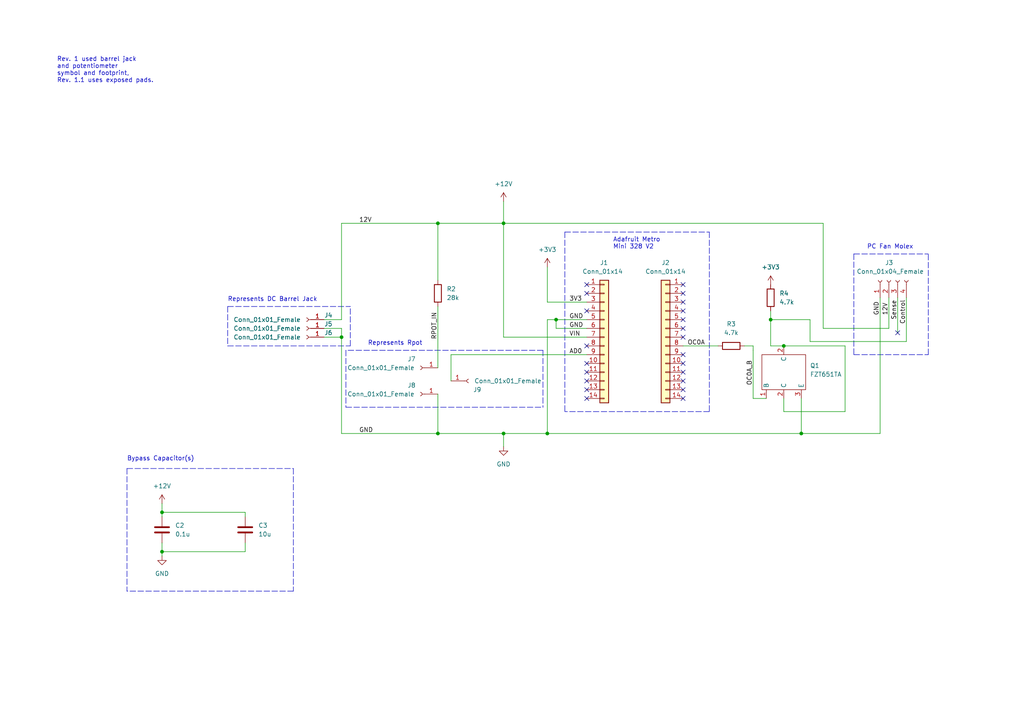
<source format=kicad_sch>
(kicad_sch (version 20211123) (generator eeschema)
  (paper "A4")
  (title_block (title "PWM PC Fan Controller") (date "2022-10-16") (rev "1.2") (company "Personal") (comment 1 "By Joseph Gozum") (comment 2 "PCB Fan Controller for PC Fans (3/4-pin)"))
  (lib_symbols
    (symbol "Connector:Conn_01x01_Female" (pin_names (offset 1.016) hide)
      (property "Reference" "J" (at 0 2.54 0))
      (property "Value" "Conn_01x01_Female" (at 0 -2.54 0))
      (symbol "Conn_01x01_Female_1_1"
        (polyline (pts (xy -1.27 0) (xy -0.508 0)) (stroke (width 0.1524)))
        (arc (start 0 0.508) (mid -0.508 0) (end 0 -0.508) (stroke (width 0.1524)))
        (pin passive line (at -5.08 0 0) (length 3.81) (name "Pin_1") (number "1"))
      )
    )
    (symbol "Connector:Conn_01x04_Female" (pin_names (offset 1.016) hide)
      (property "Reference" "J" (at 0 5.08 0))
      (property "Value" "Conn_01x04_Female" (at 0 -7.62 0))
      (symbol "Conn_01x04_Female_1_1"
        (arc (start 0 -4.572) (mid -0.508 -5.08) (end 0 -5.588) (stroke (width 0.1524)))
        (arc (start 0 -2.032) (mid -0.508 -2.54) (end 0 -3.048) (stroke (width 0.1524)))
        (polyline (pts (xy -1.27 -5.08) (xy -0.508 -5.08)) (stroke (width 0.1524)))
        (polyline (pts (xy -1.27 -2.54) (xy -0.508 -2.54)) (stroke (width 0.1524)))
        (polyline (pts (xy -1.27 0) (xy -0.508 0)) (stroke (width 0.1524)))
        (polyline (pts (xy -1.27 2.54) (xy -0.508 2.54)) (stroke (width 0.1524)))
        (arc (start 0 0.508) (mid -0.508 0) (end 0 -0.508) (stroke (width 0.1524)))
        (arc (start 0 3.048) (mid -0.508 2.54) (end 0 2.032) (stroke (width 0.1524)))
        (pin passive line (at -5.08 2.54 0) (length 3.81) (name "Pin_1") (number "1"))
        (pin passive line (at -5.08 0 0) (length 3.81) (name "Pin_2") (number "2"))
        (pin passive line (at -5.08 -2.54 0) (length 3.81) (name "Pin_3") (number "3"))
        (pin passive line (at -5.08 -5.08 0) (length 3.81) (name "Pin_4") (number "4"))
      )
    )
    (symbol "Connector_Generic:Conn_01x14" (pin_names (offset 1.016) hide)
      (property "Reference" "J" (at 0 17.78 0))
      (property "Value" "Conn_01x14" (at 0 -20.32 0))
      (symbol "Conn_01x14_1_1"
        (rectangle (start -1.27 -17.653) (end 0 -17.907) (stroke (width 0.1524)))
        (rectangle (start -1.27 -15.113) (end 0 -15.367) (stroke (width 0.1524)))
        (rectangle (start -1.27 -12.573) (end 0 -12.827) (stroke (width 0.1524)))
        (rectangle (start -1.27 -10.033) (end 0 -10.287) (stroke (width 0.1524)))
        (rectangle (start -1.27 -7.493) (end 0 -7.747) (stroke (width 0.1524)))
        (rectangle (start -1.27 -4.953) (end 0 -5.207) (stroke (width 0.1524)))
        (rectangle (start -1.27 -2.413) (end 0 -2.667) (stroke (width 0.1524)))
        (rectangle (start -1.27 0.127) (end 0 -0.127) (stroke (width 0.1524)))
        (rectangle (start -1.27 2.667) (end 0 2.413) (stroke (width 0.1524)))
        (rectangle (start -1.27 5.207) (end 0 4.953) (stroke (width 0.1524)))
        (rectangle (start -1.27 7.747) (end 0 7.493) (stroke (width 0.1524)))
        (rectangle (start -1.27 10.287) (end 0 10.033) (stroke (width 0.1524)))
        (rectangle (start -1.27 12.827) (end 0 12.573) (stroke (width 0.1524)))
        (rectangle (start -1.27 15.367) (end 0 15.113) (stroke (width 0.1524)))
        (rectangle (start -1.27 16.51) (end 1.27 -19.05) (stroke (width 0.254)) (fill (type background)))
        (pin passive line (at -5.08 15.24 0) (length 3.81) (name "Pin_1") (number "1"))
        (pin passive line (at -5.08 -7.62 0) (length 3.81) (name "Pin_10") (number "10"))
        (pin passive line (at -5.08 -10.16 0) (length 3.81) (name "Pin_11") (number "11"))
        (pin passive line (at -5.08 -12.7 0) (length 3.81) (name "Pin_12") (number "12"))
        (pin passive line (at -5.08 -15.24 0) (length 3.81) (name "Pin_13") (number "13"))
        (pin passive line (at -5.08 -17.78 0) (length 3.81) (name "Pin_14") (number "14"))
        (pin passive line (at -5.08 12.7 0) (length 3.81) (name "Pin_2") (number "2"))
        (pin passive line (at -5.08 10.16 0) (length 3.81) (name "Pin_3") (number "3"))
        (pin passive line (at -5.08 7.62 0) (length 3.81) (name "Pin_4") (number "4"))
        (pin passive line (at -5.08 5.08 0) (length 3.81) (name "Pin_5") (number "5"))
        (pin passive line (at -5.08 2.54 0) (length 3.81) (name "Pin_6") (number "6"))
        (pin passive line (at -5.08 0 0) (length 3.81) (name "Pin_7") (number "7"))
        (pin passive line (at -5.08 -2.54 0) (length 3.81) (name "Pin_8") (number "8"))
        (pin passive line (at -5.08 -5.08 0) (length 3.81) (name "Pin_9") (number "9"))
      )
    )
    (symbol "Device:C" (pin_numbers hide) (pin_names (offset 0.254))
      (property "Reference" "C" (at 0.635 2.54 0))
      (property "Value" "C" (at 0.635 -2.54 0))
      (symbol "C_0_1"
        (polyline (pts (xy -2.032 -0.762) (xy 2.032 -0.762)) (stroke (width 0.508)))
        (polyline (pts (xy -2.032 0.762) (xy 2.032 0.762)) (stroke (width 0.508)))
      )
      (symbol "C_1_1"
        (pin passive line (at 0 3.81 270) (length 2.794) (name "~") (number "1"))
        (pin passive line (at 0 -3.81 90) (length 2.794) (name "~") (number "2"))
      )
    )
    (symbol "Device:R" (pin_numbers hide) (pin_names (offset 0))
      (property "Reference" "R" (at 2.032 0 90))
      (property "Value" "R" (at 0 0 90))
      (symbol "R_0_1"
        (rectangle (start -1.016 -2.54) (end 1.016 2.54) (stroke (width 0.254)))
      )
      (symbol "R_1_1"
        (pin passive line (at 0 3.81 270) (length 1.27) (name "~") (number "1"))
        (pin passive line (at 0 -3.81 90) (length 1.27) (name "~") (number "2"))
      )
    )
    (symbol "Transistor_BJT:FZT651TA"
      (property "Reference" "Q" (at 20.32 1.27 0))
      (property "Value" "FZT651TA" (at 20.32 -1.27 0))
      (symbol "FZT651TA_0_1"
        (rectangle (start -1.27 6.35) (end -1.27 6.35))
        (rectangle (start 1.27 5.08) (end 13.97 -5.08))
      )
      (symbol "FZT651TA_1_1"
        (pin input line (at 2.54 -7.62 90) (length 2.54) (name "B") (number "1"))
        (pin input line (at 7.62 -7.62 90) (length 2.54) (name "C") (number "2"))
        (pin input line (at 7.62 7.62 270) (length 2.54) (name "C") (number "2"))
        (pin output line (at 12.7 -7.62 90) (length 2.54) (name "E") (number "3"))
      )
    )
    (symbol "power:+12V" (power) (pin_names (offset 0))
      (property "Value" "+12V" (at 0 3.556 0))
      (symbol "+12V_0_1"
        (polyline (pts (xy -0.762 1.27) (xy 0 2.54)))
        (polyline (pts (xy 0 0) (xy 0 2.54)))
        (polyline (pts (xy 0 2.54) (xy 0.762 1.27)))
      )
      (symbol "+12V_1_1"
        (pin power_in line (at 0 0 90) (length 0) hide (name "+12V") (number "1"))
      )
    )
    (symbol "power:+3V3" (power) (pin_names (offset 0))
      (property "Value" "+3V3" (at 0 3.556 0))
      (symbol "+3V3_0_1"
        (polyline (pts (xy -0.762 1.27) (xy 0 2.54)))
        (polyline (pts (xy 0 0) (xy 0 2.54)))
        (polyline (pts (xy 0 2.54) (xy 0.762 1.27)))
      )
      (symbol "+3V3_1_1"
        (pin power_in line (at 0 0 90) (length 0) hide (name "+3V3") (number "1"))
      )
    )
    (symbol "power:GND" (power) (pin_names (offset 0))
      (property "Value" "GND" (at 0 -3.81 0))
      (symbol "GND_0_1"
        (polyline (pts (xy 0 0) (xy 0 -1.27) (xy 1.27 -1.27) (xy 0 -2.54) (xy -1.27 -1.27) (xy 0 -1.27)))
      )
      (symbol "GND_1_1"
        (pin power_in line (at 0 0 270) (length 0) hide (name "GND") (number "1"))
      )
    )
  )
  (junction (at 46.99 148.59))
  (junction (at 232.41 125.73))
  (junction (at 227.33 100.33))
  (junction (at 146.05 125.73))
  (junction (at 99.06 97.79))
  (junction (at 161.29 92.71))
  (junction (at 146.05 64.77))
  (junction (at 46.99 160.02))
  (junction (at 127 125.73))
  (junction (at 127 64.77))
  (junction (at 158.75 125.73))
  (junction (at 223.52 92.71))
  (no_connect (at 260.35 96.52))
  (no_connect (at 198.12 102.87))
  (no_connect (at 170.18 90.17))
  (no_connect (at 198.12 95.25))
  (no_connect (at 198.12 97.79))
  (no_connect (at 198.12 105.41))
  (no_connect (at 198.12 110.49))
  (no_connect (at 198.12 113.03))
  (no_connect (at 198.12 115.57))
  (no_connect (at 198.12 107.95))
  (no_connect (at 198.12 85.09))
  (no_connect (at 198.12 92.71))
  (no_connect (at 198.12 87.63))
  (no_connect (at 198.12 82.55))
  (no_connect (at 198.12 90.17))
  (no_connect (at 170.18 110.49))
  (no_connect (at 170.18 105.41))
  (no_connect (at 170.18 100.33))
  (no_connect (at 170.18 107.95))
  (no_connect (at 170.18 115.57))
  (no_connect (at 170.18 113.03))
  (no_connect (at 170.18 85.09))
  (no_connect (at 170.18 82.55))
  (wire (pts (xy 223.52 90.17) (xy 223.52 92.71)))
  (wire (pts (xy 232.41 115.57) (xy 232.41 125.73)))
  (wire (pts (xy 245.11 100.33) (xy 227.33 100.33)))
  (wire (pts (xy 146.05 125.73) (xy 146.05 129.54)))
  (wire (pts (xy 93.98 95.25) (xy 99.06 95.25)))
  (polyline (pts (xy 163.83 67.31) (xy 205.74 67.31)))
  (wire (pts (xy 99.06 64.77) (xy 99.06 92.71)))
  (wire (pts (xy 127 88.9) (xy 127 106.68)))
  (wire (pts (xy 127 114.3) (xy 127 125.73)))
  (polyline (pts (xy 101.6 100.33) (xy 101.6 88.9)))
  (polyline (pts (xy 247.65 73.66) (xy 269.24 73.66)))
  (wire (pts (xy 99.06 125.73) (xy 127 125.73)))
  (wire (pts (xy 146.05 64.77) (xy 127 64.77)))
  (polyline (pts (xy 100.33 101.6) (xy 100.33 118.11)))
  (wire (pts (xy 127 64.77) (xy 127 81.28)))
  (wire (pts (xy 99.06 95.25) (xy 99.06 97.79)))
  (polyline (pts (xy 66.04 88.9) (xy 101.6 88.9)))
  (wire (pts (xy 130.81 102.87) (xy 170.18 102.87)))
  (wire (pts (xy 218.44 115.57) (xy 222.25 115.57)))
  (polyline (pts (xy 247.65 102.87) (xy 269.24 102.87)))
  (wire (pts (xy 46.99 157.48) (xy 46.99 160.02)))
  (wire (pts (xy 161.29 95.25) (xy 161.29 92.71)))
  (polyline (pts (xy 205.74 67.31) (xy 205.74 119.38)))
  (wire (pts (xy 93.98 97.79) (xy 99.06 97.79)))
  (wire (pts (xy 46.99 146.05) (xy 46.99 148.59)))
  (polyline (pts (xy 85.09 171.45) (xy 36.83 171.45)))
  (wire (pts (xy 146.05 97.79) (xy 146.05 64.77)))
  (polyline (pts (xy 269.24 102.87) (xy 269.24 73.66)))
  (wire (pts (xy 99.06 97.79) (xy 99.06 125.73)))
  (wire (pts (xy 257.81 95.25) (xy 238.76 95.25)))
  (wire (pts (xy 262.89 86.36) (xy 262.89 99.06)))
  (wire (pts (xy 255.27 86.36) (xy 255.27 125.73)))
  (wire (pts (xy 130.81 102.87) (xy 130.81 110.49)))
  (wire (pts (xy 158.75 77.47) (xy 158.75 87.63)))
  (wire (pts (xy 232.41 125.73) (xy 255.27 125.73)))
  (wire (pts (xy 245.11 119.38) (xy 245.11 100.33)))
  (wire (pts (xy 223.52 100.33) (xy 227.33 100.33)))
  (wire (pts (xy 158.75 92.71) (xy 161.29 92.71)))
  (wire (pts (xy 161.29 92.71) (xy 170.18 92.71)))
  (polyline (pts (xy 100.33 118.11) (xy 157.48 118.11)))
  (polyline (pts (xy 157.48 101.6) (xy 100.33 101.6)))
  (wire (pts (xy 227.33 115.57) (xy 227.33 119.38)))
  (wire (pts (xy 223.52 92.71) (xy 234.95 92.71)))
  (wire (pts (xy 234.95 92.71) (xy 234.95 99.06)))
  (polyline (pts (xy 66.04 100.33) (xy 101.6 100.33)))
  (polyline (pts (xy 247.65 73.66) (xy 247.65 102.87)))
  (polyline (pts (xy 36.83 135.89) (xy 36.83 171.45)))
  (polyline (pts (xy 36.83 135.89) (xy 85.09 135.89)))
  (wire (pts (xy 71.12 157.48) (xy 71.12 160.02)))
  (wire (pts (xy 215.9 100.33) (xy 218.44 100.33)))
  (wire (pts (xy 238.76 64.77) (xy 238.76 95.25)))
  (polyline (pts (xy 66.04 88.9) (xy 66.04 100.33)))
  (wire (pts (xy 234.95 99.06) (xy 262.89 99.06)))
  (wire (pts (xy 170.18 95.25) (xy 161.29 95.25)))
  (wire (pts (xy 257.81 86.36) (xy 257.81 95.25)))
  (wire (pts (xy 71.12 148.59) (xy 71.12 149.86)))
  (wire (pts (xy 223.52 92.71) (xy 223.52 100.33)))
  (wire (pts (xy 260.35 86.36) (xy 260.35 96.52)))
  (wire (pts (xy 146.05 125.73) (xy 127 125.73)))
  (wire (pts (xy 46.99 160.02) (xy 46.99 161.29)))
  (wire (pts (xy 93.98 92.71) (xy 99.06 92.71)))
  (wire (pts (xy 158.75 92.71) (xy 158.75 125.73)))
  (wire (pts (xy 99.06 64.77) (xy 127 64.77)))
  (polyline (pts (xy 205.74 119.38) (xy 163.83 119.38)))
  (wire (pts (xy 146.05 97.79) (xy 170.18 97.79)))
  (polyline (pts (xy 157.48 101.6) (xy 157.48 118.11)))
  (wire (pts (xy 227.33 119.38) (xy 245.11 119.38)))
  (wire (pts (xy 170.18 87.63) (xy 158.75 87.63)))
  (wire (pts (xy 198.12 100.33) (xy 208.28 100.33)))
  (wire (pts (xy 46.99 148.59) (xy 46.99 149.86)))
  (wire (pts (xy 146.05 58.42) (xy 146.05 64.77)))
  (wire (pts (xy 71.12 160.02) (xy 46.99 160.02)))
  (wire (pts (xy 158.75 125.73) (xy 232.41 125.73)))
  (wire (pts (xy 238.76 64.77) (xy 146.05 64.77)))
  (wire (pts (xy 158.75 125.73) (xy 146.05 125.73)))
  (polyline (pts (xy 85.09 135.89) (xy 85.09 171.45)))
  (polyline (pts (xy 163.83 67.31) (xy 163.83 119.38)))
  (wire (pts (xy 46.99 148.59) (xy 71.12 148.59)))
  (wire (pts (xy 218.44 100.33) (xy 218.44 115.57)))
  (text "Bypass Capacitor(s)\n\n" (at 36.83 135.89 0) (effects (font (size 1.27 1.27)) (justify left bottom)))
  (text "PC Fan Molex\n" (at 251.46 72.39 0) (effects (font (size 1.27 1.27)) (justify left bottom)))
  (text "Represents DC Barrel Jack" (at 66.04 87.63 0) (effects (font (size 1.27 1.27)) (justify left bottom)))
  (text "Rev. 1 used barrel jack\nand potentiometer\nsymbol and footprint,\nRev. 1.1 uses exposed pads.  " (at 16.51 24.13 0) (effects (font (size 1.27 1.27)) (justify left bottom)))
  (text "Represents Rpot\n" (at 106.68 100.33 0) (effects (font (size 1.27 1.27)) (justify left bottom)))
  (text "Adafruit Metro\nMini 328 V2" (at 177.8 72.39 0) (effects (font (size 1.27 1.27)) (justify left bottom)))
  (label "GND" (at 165.1 95.25 0))
  (label "GND" (at 165.1 92.71 0))
  (label "AD0" (at 165.1 102.87 0))
  (label "GND" (at 104.14 125.73 0))
  (label "3V3" (at 165.1 87.63 0))
  (label "RPOT_IN" (at 127 98.425 90))
  (label "VIN" (at 165.1 97.79 0))
  (label "12V" (at 104.14 64.77 0))
  (label "Sense" (at 260.35 92.71 90))
  (label "OC0A" (at 199.39 100.33 0))
  (label "12V" (at 257.81 91.44 90))
  (label "Control" (at 262.89 93.98 90))
  (label "OC0A_B" (at 218.44 111.76 90))
  (label "GND" (at 255.27 91.44 90))
  (symbol (lib_id "Connector:Conn_01x01_Female") (at 121.92 106.68 180) (unit 1)
    (property "Reference" "J7" (at 119.38 104.14 0))
    (property "Value" "Conn_01x01_Female" (at 110.49 106.68 0))
    (property "Footprint" "TestPoint:TestPoint_Pad_3.0x3.0mm" (effects hide))
  )
  (symbol (lib_id "Connector:Conn_01x01_Female") (at 88.9 97.79 180) (unit 1)
    (property "Reference" "J6" (at 95.25 96.52 0))
    (property "Value" "Conn_01x01_Female" (at 77.47 97.79 0))
    (property "Footprint" "TestPoint:TestPoint_Pad_4.0x4.0mm" (effects hide))
  )
  (symbol (lib_id "Connector_Generic:Conn_01x14") (at 193.04 97.79 0) (mirror y) (unit 1)
    (property "Reference" "J2" (at 193.04 76.2 0))
    (property "Value" "Conn_01x14" (at 193.04 78.74 0))
    (property "Footprint" "Connector_PinSocket_2.54mm:PinSocket_1x14_P2.54mm_Vertical" (effects hide))
  )
  (symbol (lib_id "Device:C") (at 71.12 153.67 0) (unit 1)
    (property "Reference" "C3" (at 74.93 152.3999 0) (effects (justify left)))
    (property "Value" "10u" (at 74.93 154.9399 0) (effects (justify left)))
    (property "Footprint" "Capacitor_THT:C_Disc_D5.0mm_W2.5mm_P5.00mm" (effects hide))
  )
  (symbol (lib_id "Device:C") (at 46.99 153.67 0) (unit 1)
    (property "Reference" "C2" (at 50.8 152.3999 0) (effects (justify left)))
    (property "Value" "0.1u" (at 50.8 154.9399 0) (effects (justify left)))
    (property "Footprint" "Capacitor_THT:C_Disc_D5.0mm_W2.5mm_P5.00mm" (effects hide))
  )
  (symbol (lib_id "Connector:Conn_01x01_Female") (at 88.9 95.25 180) (unit 1)
    (property "Reference" "J5" (at 95.25 93.98 0))
    (property "Value" "Conn_01x01_Female" (at 77.47 95.25 0))
    (property "Footprint" "TestPoint:TestPoint_Pad_4.0x4.0mm" (effects hide))
  )
  (symbol (lib_id "Device:R") (at 223.52 86.36 180) (unit 1)
    (property "Reference" "R4" (at 226.06 85.0899 0) (effects (justify right)))
    (property "Value" "4.7k" (at 226.06 87.6299 0) (effects (justify right)))
    (property "Footprint" "Resistor_THT:R_Axial_DIN0207_L6.3mm_D2.5mm_P10.16mm_Horizontal" (effects hide))
  )
  (symbol (lib_id "power:+12V") (at 146.05 58.42 0) (unit 1)
    (property "Reference" "#PWR03" (effects hide))
    (property "Value" "+12V" (at 146.05 53.34 0))
  )
  (symbol (lib_id "power:GND") (at 46.99 161.29 0) (unit 1)
    (property "Reference" "#PWR06" (effects hide))
    (property "Value" "GND" (at 46.99 166.37 0))
  )
  (symbol (lib_id "power:GND") (at 146.05 129.54 0) (unit 1)
    (property "Reference" "#PWR04" (effects hide))
    (property "Value" "GND" (at 146.05 134.62 0))
  )
  (symbol (lib_id "Connector_Generic:Conn_01x14") (at 175.26 97.79 0) (unit 1)
    (property "Reference" "J1" (at 173.99 76.2 0) (effects (justify left)))
    (property "Value" "Conn_01x14" (at 168.91 78.74 0) (effects (justify left)))
    (property "Footprint" "Connector_PinSocket_2.54mm:PinSocket_1x14_P2.54mm_Vertical" (effects hide))
  )
  (symbol (lib_id "power:+12V") (at 46.99 146.05 0) (unit 1)
    (property "Reference" "#PWR05" (effects hide))
    (property "Value" "+12V" (at 46.99 140.97 0))
  )
  (symbol (lib_id "Connector:Conn_01x01_Female") (at 121.92 114.3 180) (unit 1)
    (property "Reference" "J8" (at 119.38 111.76 0))
    (property "Value" "Conn_01x01_Female" (at 110.49 114.3 0))
    (property "Footprint" "TestPoint:TestPoint_Pad_3.0x3.0mm" (effects hide))
  )
  (symbol (lib_id "Device:R") (at 212.09 100.33 90) (unit 1)
    (property "Reference" "R3" (at 212.09 93.98 90))
    (property "Value" "4.7k" (at 212.09 96.52 90))
    (property "Footprint" "Resistor_THT:R_Axial_DIN0207_L6.3mm_D2.5mm_P10.16mm_Horizontal" (effects hide))
  )
  (symbol (lib_id "Connector:Conn_01x04_Female") (at 257.81 81.28 90) (unit 1)
    (property "Reference" "J3" (at 259.08 76.2 90) (effects (justify left)))
    (property "Value" "Conn_01x04_Female" (at 267.97 78.74 90) (effects (justify left)))
    (property "Footprint" "Connector_Molex:Molex_KK-254_AE-6410-04A_1x04_P2.54mm_Vertical" (effects hide))
  )
  (symbol (lib_id "Connector:Conn_01x01_Female") (at 88.9 92.71 180) (unit 1)
    (property "Reference" "J4" (at 95.25 91.44 0))
    (property "Value" "Conn_01x01_Female" (at 77.47 92.71 0))
    (property "Footprint" "TestPoint:TestPoint_Pad_4.0x4.0mm" (effects hide))
  )
  (symbol (lib_id "Device:R") (at 127 85.09 0) (unit 1)
    (property "Reference" "R2" (at 129.54 83.8199 0) (effects (justify left)))
    (property "Value" "28k" (at 129.54 86.3599 0) (effects (justify left)))
    (property "Footprint" "Resistor_THT:R_Axial_DIN0207_L6.3mm_D2.5mm_P10.16mm_Horizontal" (effects hide))
  )
  (symbol (lib_id "Transistor_BJT:FZT651TA") (at 219.71 107.95 0) (unit 1)
    (property "Reference" "Q1" (at 234.95 106.0449 0) (effects (justify left)))
    (property "Value" "FZT651TA" (at 234.95 108.5849 0) (effects (justify left)))
    (property "Footprint" "Package_TO_SOT_SMD:SOT-223-3_TabPin2" (effects hide))
  )
  (symbol (lib_id "Connector:Conn_01x01_Female") (at 135.89 110.49 0) (unit 1)
    (property "Reference" "J9" (at 138.43 113.03 0))
    (property "Value" "Conn_01x01_Female" (at 147.32 110.49 0))
    (property "Footprint" "TestPoint:TestPoint_Pad_3.0x3.0mm" (effects hide))
  )
  (symbol (lib_id "power:+3V3") (at 223.52 82.55 0) (unit 1)
    (property "Reference" "#PWR02" (effects hide))
    (property "Value" "+3V3" (at 223.52 77.47 0))
  )
  (symbol (lib_id "power:+3V3") (at 158.75 77.47 0) (unit 1)
    (property "Reference" "#PWR01" (effects hide))
    (property "Value" "+3V3" (at 158.75 72.39 0))
  )
)
</source>
